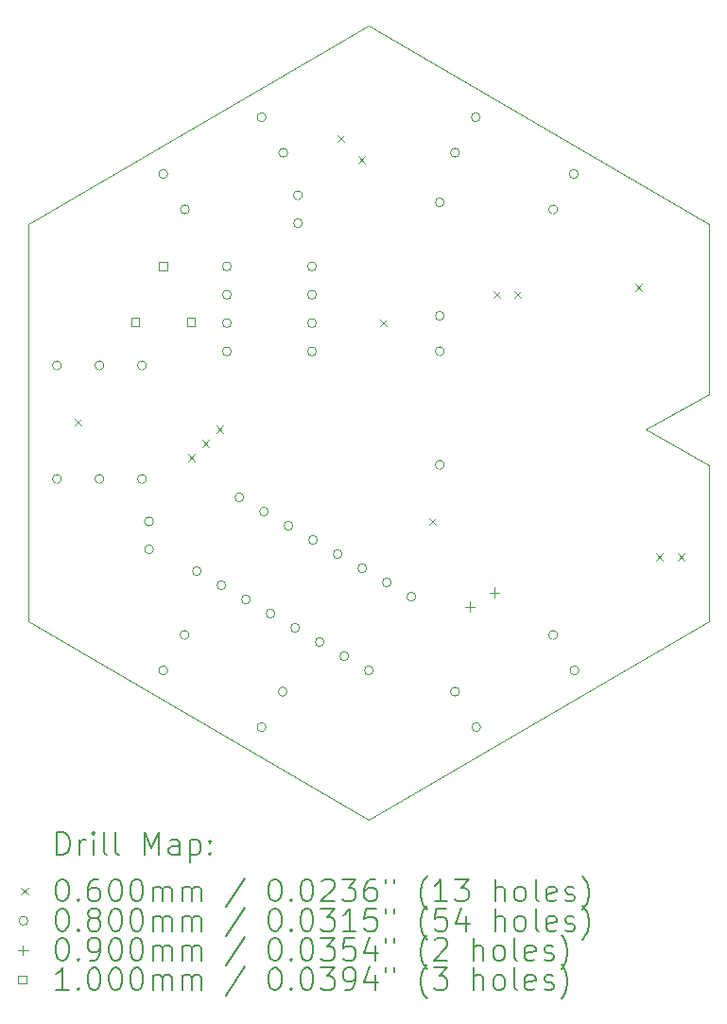
<source format=gbr>
%TF.GenerationSoftware,KiCad,Pcbnew,7.0.9*%
%TF.CreationDate,2024-02-04T19:54:16+01:00*%
%TF.ProjectId,Toolbox,546f6f6c-626f-4782-9e6b-696361645f70,rev?*%
%TF.SameCoordinates,Original*%
%TF.FileFunction,Drillmap*%
%TF.FilePolarity,Positive*%
%FSLAX45Y45*%
G04 Gerber Fmt 4.5, Leading zero omitted, Abs format (unit mm)*
G04 Created by KiCad (PCBNEW 7.0.9) date 2024-02-04 19:54:16*
%MOMM*%
%LPD*%
G01*
G04 APERTURE LIST*
%ADD10C,0.100000*%
%ADD11C,0.200000*%
G04 APERTURE END LIST*
D10*
X13048000Y-9746000D02*
X13048000Y-8222000D01*
X12476500Y-10063500D02*
X13048000Y-9746000D01*
X13048000Y-10381000D02*
X12476500Y-10063500D01*
X13048000Y-10381000D02*
X13048000Y-11778000D01*
X10000000Y-6444000D02*
X13048000Y-8222000D01*
X10000000Y-6444000D02*
X6952000Y-8222000D01*
X10000000Y-13556000D02*
X6952000Y-11778000D01*
X10000000Y-13556000D02*
X13048000Y-11778000D01*
X6952000Y-8222000D02*
X6952000Y-11778000D01*
D11*
D10*
X7366500Y-9970000D02*
X7426500Y-10030000D01*
X7426500Y-9970000D02*
X7366500Y-10030000D01*
X8382500Y-10287500D02*
X8442500Y-10347500D01*
X8442500Y-10287500D02*
X8382500Y-10347500D01*
X8509500Y-10160500D02*
X8569500Y-10220500D01*
X8569500Y-10160500D02*
X8509500Y-10220500D01*
X8636500Y-10033500D02*
X8696500Y-10093500D01*
X8696500Y-10033500D02*
X8636500Y-10093500D01*
X9716000Y-7430000D02*
X9776000Y-7490000D01*
X9776000Y-7430000D02*
X9716000Y-7490000D01*
X9906500Y-7620500D02*
X9966500Y-7680500D01*
X9966500Y-7620500D02*
X9906500Y-7680500D01*
X10097000Y-9081000D02*
X10157000Y-9141000D01*
X10157000Y-9081000D02*
X10097000Y-9141000D01*
X10541500Y-10859000D02*
X10601500Y-10919000D01*
X10601500Y-10859000D02*
X10541500Y-10919000D01*
X11113000Y-8827000D02*
X11173000Y-8887000D01*
X11173000Y-8827000D02*
X11113000Y-8887000D01*
X11303500Y-8827000D02*
X11363500Y-8887000D01*
X11363500Y-8827000D02*
X11303500Y-8887000D01*
X12383000Y-8763500D02*
X12443000Y-8823500D01*
X12443000Y-8763500D02*
X12383000Y-8823500D01*
X12573500Y-11176500D02*
X12633500Y-11236500D01*
X12633500Y-11176500D02*
X12573500Y-11236500D01*
X12764000Y-11176500D02*
X12824000Y-11236500D01*
X12824000Y-11176500D02*
X12764000Y-11236500D01*
X7246000Y-9492000D02*
G75*
G03*
X7246000Y-9492000I-40000J0D01*
G01*
X7246000Y-10508000D02*
G75*
G03*
X7246000Y-10508000I-40000J0D01*
G01*
X7627000Y-9492000D02*
G75*
G03*
X7627000Y-9492000I-40000J0D01*
G01*
X7627000Y-10508000D02*
G75*
G03*
X7627000Y-10508000I-40000J0D01*
G01*
X8008000Y-9492000D02*
G75*
G03*
X8008000Y-9492000I-40000J0D01*
G01*
X8008000Y-10508000D02*
G75*
G03*
X8008000Y-10508000I-40000J0D01*
G01*
X8071500Y-10889000D02*
G75*
G03*
X8071500Y-10889000I-40000J0D01*
G01*
X8071500Y-11139000D02*
G75*
G03*
X8071500Y-11139000I-40000J0D01*
G01*
X8198500Y-7777500D02*
G75*
G03*
X8198500Y-7777500I-40000J0D01*
G01*
X8198500Y-12222500D02*
G75*
G03*
X8198500Y-12222500I-40000J0D01*
G01*
X8389000Y-11905000D02*
G75*
G03*
X8389000Y-11905000I-40000J0D01*
G01*
X8393559Y-8095000D02*
G75*
G03*
X8393559Y-8095000I-40000J0D01*
G01*
X8500207Y-11333500D02*
G75*
G03*
X8500207Y-11333500I-40000J0D01*
G01*
X8720177Y-11460500D02*
G75*
G03*
X8720177Y-11460500I-40000J0D01*
G01*
X8769000Y-8604000D02*
G75*
G03*
X8769000Y-8604000I-40000J0D01*
G01*
X8769000Y-8858000D02*
G75*
G03*
X8769000Y-8858000I-40000J0D01*
G01*
X8769000Y-9112000D02*
G75*
G03*
X8769000Y-9112000I-40000J0D01*
G01*
X8769000Y-9366000D02*
G75*
G03*
X8769000Y-9366000I-40000J0D01*
G01*
X8881207Y-10673589D02*
G75*
G03*
X8881207Y-10673589I-40000J0D01*
G01*
X8940148Y-11587500D02*
G75*
G03*
X8940148Y-11587500I-40000J0D01*
G01*
X9078382Y-7269500D02*
G75*
G03*
X9078382Y-7269500I-40000J0D01*
G01*
X9078382Y-12730500D02*
G75*
G03*
X9078382Y-12730500I-40000J0D01*
G01*
X9101177Y-10800589D02*
G75*
G03*
X9101177Y-10800589I-40000J0D01*
G01*
X9160118Y-11714500D02*
G75*
G03*
X9160118Y-11714500I-40000J0D01*
G01*
X9268882Y-12413000D02*
G75*
G03*
X9268882Y-12413000I-40000J0D01*
G01*
X9273441Y-7587000D02*
G75*
G03*
X9273441Y-7587000I-40000J0D01*
G01*
X9321148Y-10927589D02*
G75*
G03*
X9321148Y-10927589I-40000J0D01*
G01*
X9380089Y-11841500D02*
G75*
G03*
X9380089Y-11841500I-40000J0D01*
G01*
X9405000Y-7968000D02*
G75*
G03*
X9405000Y-7968000I-40000J0D01*
G01*
X9405000Y-8218000D02*
G75*
G03*
X9405000Y-8218000I-40000J0D01*
G01*
X9531000Y-8604000D02*
G75*
G03*
X9531000Y-8604000I-40000J0D01*
G01*
X9531000Y-8858000D02*
G75*
G03*
X9531000Y-8858000I-40000J0D01*
G01*
X9531000Y-9112000D02*
G75*
G03*
X9531000Y-9112000I-40000J0D01*
G01*
X9531000Y-9366000D02*
G75*
G03*
X9531000Y-9366000I-40000J0D01*
G01*
X9541118Y-11054589D02*
G75*
G03*
X9541118Y-11054589I-40000J0D01*
G01*
X9600059Y-11968500D02*
G75*
G03*
X9600059Y-11968500I-40000J0D01*
G01*
X9761089Y-11181589D02*
G75*
G03*
X9761089Y-11181589I-40000J0D01*
G01*
X9820030Y-12095500D02*
G75*
G03*
X9820030Y-12095500I-40000J0D01*
G01*
X9981059Y-11308589D02*
G75*
G03*
X9981059Y-11308589I-40000J0D01*
G01*
X10040000Y-12222500D02*
G75*
G03*
X10040000Y-12222500I-40000J0D01*
G01*
X10201030Y-11435589D02*
G75*
G03*
X10201030Y-11435589I-40000J0D01*
G01*
X10421000Y-11562589D02*
G75*
G03*
X10421000Y-11562589I-40000J0D01*
G01*
X10675000Y-8031500D02*
G75*
G03*
X10675000Y-8031500I-40000J0D01*
G01*
X10675000Y-9047500D02*
G75*
G03*
X10675000Y-9047500I-40000J0D01*
G01*
X10675000Y-9365000D02*
G75*
G03*
X10675000Y-9365000I-40000J0D01*
G01*
X10675000Y-10381000D02*
G75*
G03*
X10675000Y-10381000I-40000J0D01*
G01*
X10811118Y-7587000D02*
G75*
G03*
X10811118Y-7587000I-40000J0D01*
G01*
X10811118Y-12413000D02*
G75*
G03*
X10811118Y-12413000I-40000J0D01*
G01*
X10997059Y-7269500D02*
G75*
G03*
X10997059Y-7269500I-40000J0D01*
G01*
X11001618Y-12730500D02*
G75*
G03*
X11001618Y-12730500I-40000J0D01*
G01*
X11691000Y-8095000D02*
G75*
G03*
X11691000Y-8095000I-40000J0D01*
G01*
X11691000Y-11905000D02*
G75*
G03*
X11691000Y-11905000I-40000J0D01*
G01*
X11876941Y-7777500D02*
G75*
G03*
X11876941Y-7777500I-40000J0D01*
G01*
X11881500Y-12222500D02*
G75*
G03*
X11881500Y-12222500I-40000J0D01*
G01*
X10905582Y-11606250D02*
X10905582Y-11696250D01*
X10860582Y-11651250D02*
X10950582Y-11651250D01*
X11125552Y-11479250D02*
X11125552Y-11569250D01*
X11080552Y-11524250D02*
X11170552Y-11524250D01*
X7943856Y-9138356D02*
X7943856Y-9067644D01*
X7873144Y-9067644D01*
X7873144Y-9138356D01*
X7943856Y-9138356D01*
X8193856Y-8638356D02*
X8193856Y-8567644D01*
X8123144Y-8567644D01*
X8123144Y-8638356D01*
X8193856Y-8638356D01*
X8443856Y-9138356D02*
X8443856Y-9067644D01*
X8373144Y-9067644D01*
X8373144Y-9138356D01*
X8443856Y-9138356D01*
D11*
X7207777Y-13872484D02*
X7207777Y-13672484D01*
X7207777Y-13672484D02*
X7255396Y-13672484D01*
X7255396Y-13672484D02*
X7283967Y-13682008D01*
X7283967Y-13682008D02*
X7303015Y-13701055D01*
X7303015Y-13701055D02*
X7312539Y-13720103D01*
X7312539Y-13720103D02*
X7322062Y-13758198D01*
X7322062Y-13758198D02*
X7322062Y-13786769D01*
X7322062Y-13786769D02*
X7312539Y-13824865D01*
X7312539Y-13824865D02*
X7303015Y-13843912D01*
X7303015Y-13843912D02*
X7283967Y-13862960D01*
X7283967Y-13862960D02*
X7255396Y-13872484D01*
X7255396Y-13872484D02*
X7207777Y-13872484D01*
X7407777Y-13872484D02*
X7407777Y-13739150D01*
X7407777Y-13777246D02*
X7417301Y-13758198D01*
X7417301Y-13758198D02*
X7426824Y-13748674D01*
X7426824Y-13748674D02*
X7445872Y-13739150D01*
X7445872Y-13739150D02*
X7464920Y-13739150D01*
X7531586Y-13872484D02*
X7531586Y-13739150D01*
X7531586Y-13672484D02*
X7522062Y-13682008D01*
X7522062Y-13682008D02*
X7531586Y-13691531D01*
X7531586Y-13691531D02*
X7541110Y-13682008D01*
X7541110Y-13682008D02*
X7531586Y-13672484D01*
X7531586Y-13672484D02*
X7531586Y-13691531D01*
X7655396Y-13872484D02*
X7636348Y-13862960D01*
X7636348Y-13862960D02*
X7626824Y-13843912D01*
X7626824Y-13843912D02*
X7626824Y-13672484D01*
X7760158Y-13872484D02*
X7741110Y-13862960D01*
X7741110Y-13862960D02*
X7731586Y-13843912D01*
X7731586Y-13843912D02*
X7731586Y-13672484D01*
X7988729Y-13872484D02*
X7988729Y-13672484D01*
X7988729Y-13672484D02*
X8055396Y-13815341D01*
X8055396Y-13815341D02*
X8122062Y-13672484D01*
X8122062Y-13672484D02*
X8122062Y-13872484D01*
X8303015Y-13872484D02*
X8303015Y-13767722D01*
X8303015Y-13767722D02*
X8293491Y-13748674D01*
X8293491Y-13748674D02*
X8274443Y-13739150D01*
X8274443Y-13739150D02*
X8236348Y-13739150D01*
X8236348Y-13739150D02*
X8217301Y-13748674D01*
X8303015Y-13862960D02*
X8283967Y-13872484D01*
X8283967Y-13872484D02*
X8236348Y-13872484D01*
X8236348Y-13872484D02*
X8217301Y-13862960D01*
X8217301Y-13862960D02*
X8207777Y-13843912D01*
X8207777Y-13843912D02*
X8207777Y-13824865D01*
X8207777Y-13824865D02*
X8217301Y-13805817D01*
X8217301Y-13805817D02*
X8236348Y-13796293D01*
X8236348Y-13796293D02*
X8283967Y-13796293D01*
X8283967Y-13796293D02*
X8303015Y-13786769D01*
X8398253Y-13739150D02*
X8398253Y-13939150D01*
X8398253Y-13748674D02*
X8417301Y-13739150D01*
X8417301Y-13739150D02*
X8455396Y-13739150D01*
X8455396Y-13739150D02*
X8474444Y-13748674D01*
X8474444Y-13748674D02*
X8483967Y-13758198D01*
X8483967Y-13758198D02*
X8493491Y-13777246D01*
X8493491Y-13777246D02*
X8493491Y-13834388D01*
X8493491Y-13834388D02*
X8483967Y-13853436D01*
X8483967Y-13853436D02*
X8474444Y-13862960D01*
X8474444Y-13862960D02*
X8455396Y-13872484D01*
X8455396Y-13872484D02*
X8417301Y-13872484D01*
X8417301Y-13872484D02*
X8398253Y-13862960D01*
X8579205Y-13853436D02*
X8588729Y-13862960D01*
X8588729Y-13862960D02*
X8579205Y-13872484D01*
X8579205Y-13872484D02*
X8569682Y-13862960D01*
X8569682Y-13862960D02*
X8579205Y-13853436D01*
X8579205Y-13853436D02*
X8579205Y-13872484D01*
X8579205Y-13748674D02*
X8588729Y-13758198D01*
X8588729Y-13758198D02*
X8579205Y-13767722D01*
X8579205Y-13767722D02*
X8569682Y-13758198D01*
X8569682Y-13758198D02*
X8579205Y-13748674D01*
X8579205Y-13748674D02*
X8579205Y-13767722D01*
D10*
X6887000Y-14171000D02*
X6947000Y-14231000D01*
X6947000Y-14171000D02*
X6887000Y-14231000D01*
D11*
X7245872Y-14092484D02*
X7264920Y-14092484D01*
X7264920Y-14092484D02*
X7283967Y-14102008D01*
X7283967Y-14102008D02*
X7293491Y-14111531D01*
X7293491Y-14111531D02*
X7303015Y-14130579D01*
X7303015Y-14130579D02*
X7312539Y-14168674D01*
X7312539Y-14168674D02*
X7312539Y-14216293D01*
X7312539Y-14216293D02*
X7303015Y-14254388D01*
X7303015Y-14254388D02*
X7293491Y-14273436D01*
X7293491Y-14273436D02*
X7283967Y-14282960D01*
X7283967Y-14282960D02*
X7264920Y-14292484D01*
X7264920Y-14292484D02*
X7245872Y-14292484D01*
X7245872Y-14292484D02*
X7226824Y-14282960D01*
X7226824Y-14282960D02*
X7217301Y-14273436D01*
X7217301Y-14273436D02*
X7207777Y-14254388D01*
X7207777Y-14254388D02*
X7198253Y-14216293D01*
X7198253Y-14216293D02*
X7198253Y-14168674D01*
X7198253Y-14168674D02*
X7207777Y-14130579D01*
X7207777Y-14130579D02*
X7217301Y-14111531D01*
X7217301Y-14111531D02*
X7226824Y-14102008D01*
X7226824Y-14102008D02*
X7245872Y-14092484D01*
X7398253Y-14273436D02*
X7407777Y-14282960D01*
X7407777Y-14282960D02*
X7398253Y-14292484D01*
X7398253Y-14292484D02*
X7388729Y-14282960D01*
X7388729Y-14282960D02*
X7398253Y-14273436D01*
X7398253Y-14273436D02*
X7398253Y-14292484D01*
X7579205Y-14092484D02*
X7541110Y-14092484D01*
X7541110Y-14092484D02*
X7522062Y-14102008D01*
X7522062Y-14102008D02*
X7512539Y-14111531D01*
X7512539Y-14111531D02*
X7493491Y-14140103D01*
X7493491Y-14140103D02*
X7483967Y-14178198D01*
X7483967Y-14178198D02*
X7483967Y-14254388D01*
X7483967Y-14254388D02*
X7493491Y-14273436D01*
X7493491Y-14273436D02*
X7503015Y-14282960D01*
X7503015Y-14282960D02*
X7522062Y-14292484D01*
X7522062Y-14292484D02*
X7560158Y-14292484D01*
X7560158Y-14292484D02*
X7579205Y-14282960D01*
X7579205Y-14282960D02*
X7588729Y-14273436D01*
X7588729Y-14273436D02*
X7598253Y-14254388D01*
X7598253Y-14254388D02*
X7598253Y-14206769D01*
X7598253Y-14206769D02*
X7588729Y-14187722D01*
X7588729Y-14187722D02*
X7579205Y-14178198D01*
X7579205Y-14178198D02*
X7560158Y-14168674D01*
X7560158Y-14168674D02*
X7522062Y-14168674D01*
X7522062Y-14168674D02*
X7503015Y-14178198D01*
X7503015Y-14178198D02*
X7493491Y-14187722D01*
X7493491Y-14187722D02*
X7483967Y-14206769D01*
X7722062Y-14092484D02*
X7741110Y-14092484D01*
X7741110Y-14092484D02*
X7760158Y-14102008D01*
X7760158Y-14102008D02*
X7769682Y-14111531D01*
X7769682Y-14111531D02*
X7779205Y-14130579D01*
X7779205Y-14130579D02*
X7788729Y-14168674D01*
X7788729Y-14168674D02*
X7788729Y-14216293D01*
X7788729Y-14216293D02*
X7779205Y-14254388D01*
X7779205Y-14254388D02*
X7769682Y-14273436D01*
X7769682Y-14273436D02*
X7760158Y-14282960D01*
X7760158Y-14282960D02*
X7741110Y-14292484D01*
X7741110Y-14292484D02*
X7722062Y-14292484D01*
X7722062Y-14292484D02*
X7703015Y-14282960D01*
X7703015Y-14282960D02*
X7693491Y-14273436D01*
X7693491Y-14273436D02*
X7683967Y-14254388D01*
X7683967Y-14254388D02*
X7674443Y-14216293D01*
X7674443Y-14216293D02*
X7674443Y-14168674D01*
X7674443Y-14168674D02*
X7683967Y-14130579D01*
X7683967Y-14130579D02*
X7693491Y-14111531D01*
X7693491Y-14111531D02*
X7703015Y-14102008D01*
X7703015Y-14102008D02*
X7722062Y-14092484D01*
X7912539Y-14092484D02*
X7931586Y-14092484D01*
X7931586Y-14092484D02*
X7950634Y-14102008D01*
X7950634Y-14102008D02*
X7960158Y-14111531D01*
X7960158Y-14111531D02*
X7969682Y-14130579D01*
X7969682Y-14130579D02*
X7979205Y-14168674D01*
X7979205Y-14168674D02*
X7979205Y-14216293D01*
X7979205Y-14216293D02*
X7969682Y-14254388D01*
X7969682Y-14254388D02*
X7960158Y-14273436D01*
X7960158Y-14273436D02*
X7950634Y-14282960D01*
X7950634Y-14282960D02*
X7931586Y-14292484D01*
X7931586Y-14292484D02*
X7912539Y-14292484D01*
X7912539Y-14292484D02*
X7893491Y-14282960D01*
X7893491Y-14282960D02*
X7883967Y-14273436D01*
X7883967Y-14273436D02*
X7874443Y-14254388D01*
X7874443Y-14254388D02*
X7864920Y-14216293D01*
X7864920Y-14216293D02*
X7864920Y-14168674D01*
X7864920Y-14168674D02*
X7874443Y-14130579D01*
X7874443Y-14130579D02*
X7883967Y-14111531D01*
X7883967Y-14111531D02*
X7893491Y-14102008D01*
X7893491Y-14102008D02*
X7912539Y-14092484D01*
X8064920Y-14292484D02*
X8064920Y-14159150D01*
X8064920Y-14178198D02*
X8074443Y-14168674D01*
X8074443Y-14168674D02*
X8093491Y-14159150D01*
X8093491Y-14159150D02*
X8122063Y-14159150D01*
X8122063Y-14159150D02*
X8141110Y-14168674D01*
X8141110Y-14168674D02*
X8150634Y-14187722D01*
X8150634Y-14187722D02*
X8150634Y-14292484D01*
X8150634Y-14187722D02*
X8160158Y-14168674D01*
X8160158Y-14168674D02*
X8179205Y-14159150D01*
X8179205Y-14159150D02*
X8207777Y-14159150D01*
X8207777Y-14159150D02*
X8226824Y-14168674D01*
X8226824Y-14168674D02*
X8236348Y-14187722D01*
X8236348Y-14187722D02*
X8236348Y-14292484D01*
X8331586Y-14292484D02*
X8331586Y-14159150D01*
X8331586Y-14178198D02*
X8341110Y-14168674D01*
X8341110Y-14168674D02*
X8360158Y-14159150D01*
X8360158Y-14159150D02*
X8388729Y-14159150D01*
X8388729Y-14159150D02*
X8407777Y-14168674D01*
X8407777Y-14168674D02*
X8417301Y-14187722D01*
X8417301Y-14187722D02*
X8417301Y-14292484D01*
X8417301Y-14187722D02*
X8426825Y-14168674D01*
X8426825Y-14168674D02*
X8445872Y-14159150D01*
X8445872Y-14159150D02*
X8474444Y-14159150D01*
X8474444Y-14159150D02*
X8493491Y-14168674D01*
X8493491Y-14168674D02*
X8503015Y-14187722D01*
X8503015Y-14187722D02*
X8503015Y-14292484D01*
X8893491Y-14082960D02*
X8722063Y-14340103D01*
X9150634Y-14092484D02*
X9169682Y-14092484D01*
X9169682Y-14092484D02*
X9188729Y-14102008D01*
X9188729Y-14102008D02*
X9198253Y-14111531D01*
X9198253Y-14111531D02*
X9207777Y-14130579D01*
X9207777Y-14130579D02*
X9217301Y-14168674D01*
X9217301Y-14168674D02*
X9217301Y-14216293D01*
X9217301Y-14216293D02*
X9207777Y-14254388D01*
X9207777Y-14254388D02*
X9198253Y-14273436D01*
X9198253Y-14273436D02*
X9188729Y-14282960D01*
X9188729Y-14282960D02*
X9169682Y-14292484D01*
X9169682Y-14292484D02*
X9150634Y-14292484D01*
X9150634Y-14292484D02*
X9131587Y-14282960D01*
X9131587Y-14282960D02*
X9122063Y-14273436D01*
X9122063Y-14273436D02*
X9112539Y-14254388D01*
X9112539Y-14254388D02*
X9103015Y-14216293D01*
X9103015Y-14216293D02*
X9103015Y-14168674D01*
X9103015Y-14168674D02*
X9112539Y-14130579D01*
X9112539Y-14130579D02*
X9122063Y-14111531D01*
X9122063Y-14111531D02*
X9131587Y-14102008D01*
X9131587Y-14102008D02*
X9150634Y-14092484D01*
X9303015Y-14273436D02*
X9312539Y-14282960D01*
X9312539Y-14282960D02*
X9303015Y-14292484D01*
X9303015Y-14292484D02*
X9293491Y-14282960D01*
X9293491Y-14282960D02*
X9303015Y-14273436D01*
X9303015Y-14273436D02*
X9303015Y-14292484D01*
X9436348Y-14092484D02*
X9455396Y-14092484D01*
X9455396Y-14092484D02*
X9474444Y-14102008D01*
X9474444Y-14102008D02*
X9483968Y-14111531D01*
X9483968Y-14111531D02*
X9493491Y-14130579D01*
X9493491Y-14130579D02*
X9503015Y-14168674D01*
X9503015Y-14168674D02*
X9503015Y-14216293D01*
X9503015Y-14216293D02*
X9493491Y-14254388D01*
X9493491Y-14254388D02*
X9483968Y-14273436D01*
X9483968Y-14273436D02*
X9474444Y-14282960D01*
X9474444Y-14282960D02*
X9455396Y-14292484D01*
X9455396Y-14292484D02*
X9436348Y-14292484D01*
X9436348Y-14292484D02*
X9417301Y-14282960D01*
X9417301Y-14282960D02*
X9407777Y-14273436D01*
X9407777Y-14273436D02*
X9398253Y-14254388D01*
X9398253Y-14254388D02*
X9388729Y-14216293D01*
X9388729Y-14216293D02*
X9388729Y-14168674D01*
X9388729Y-14168674D02*
X9398253Y-14130579D01*
X9398253Y-14130579D02*
X9407777Y-14111531D01*
X9407777Y-14111531D02*
X9417301Y-14102008D01*
X9417301Y-14102008D02*
X9436348Y-14092484D01*
X9579206Y-14111531D02*
X9588729Y-14102008D01*
X9588729Y-14102008D02*
X9607777Y-14092484D01*
X9607777Y-14092484D02*
X9655396Y-14092484D01*
X9655396Y-14092484D02*
X9674444Y-14102008D01*
X9674444Y-14102008D02*
X9683968Y-14111531D01*
X9683968Y-14111531D02*
X9693491Y-14130579D01*
X9693491Y-14130579D02*
X9693491Y-14149627D01*
X9693491Y-14149627D02*
X9683968Y-14178198D01*
X9683968Y-14178198D02*
X9569682Y-14292484D01*
X9569682Y-14292484D02*
X9693491Y-14292484D01*
X9760158Y-14092484D02*
X9883968Y-14092484D01*
X9883968Y-14092484D02*
X9817301Y-14168674D01*
X9817301Y-14168674D02*
X9845872Y-14168674D01*
X9845872Y-14168674D02*
X9864920Y-14178198D01*
X9864920Y-14178198D02*
X9874444Y-14187722D01*
X9874444Y-14187722D02*
X9883968Y-14206769D01*
X9883968Y-14206769D02*
X9883968Y-14254388D01*
X9883968Y-14254388D02*
X9874444Y-14273436D01*
X9874444Y-14273436D02*
X9864920Y-14282960D01*
X9864920Y-14282960D02*
X9845872Y-14292484D01*
X9845872Y-14292484D02*
X9788729Y-14292484D01*
X9788729Y-14292484D02*
X9769682Y-14282960D01*
X9769682Y-14282960D02*
X9760158Y-14273436D01*
X10055396Y-14092484D02*
X10017301Y-14092484D01*
X10017301Y-14092484D02*
X9998253Y-14102008D01*
X9998253Y-14102008D02*
X9988729Y-14111531D01*
X9988729Y-14111531D02*
X9969682Y-14140103D01*
X9969682Y-14140103D02*
X9960158Y-14178198D01*
X9960158Y-14178198D02*
X9960158Y-14254388D01*
X9960158Y-14254388D02*
X9969682Y-14273436D01*
X9969682Y-14273436D02*
X9979206Y-14282960D01*
X9979206Y-14282960D02*
X9998253Y-14292484D01*
X9998253Y-14292484D02*
X10036349Y-14292484D01*
X10036349Y-14292484D02*
X10055396Y-14282960D01*
X10055396Y-14282960D02*
X10064920Y-14273436D01*
X10064920Y-14273436D02*
X10074444Y-14254388D01*
X10074444Y-14254388D02*
X10074444Y-14206769D01*
X10074444Y-14206769D02*
X10064920Y-14187722D01*
X10064920Y-14187722D02*
X10055396Y-14178198D01*
X10055396Y-14178198D02*
X10036349Y-14168674D01*
X10036349Y-14168674D02*
X9998253Y-14168674D01*
X9998253Y-14168674D02*
X9979206Y-14178198D01*
X9979206Y-14178198D02*
X9969682Y-14187722D01*
X9969682Y-14187722D02*
X9960158Y-14206769D01*
X10150634Y-14092484D02*
X10150634Y-14130579D01*
X10226825Y-14092484D02*
X10226825Y-14130579D01*
X10522063Y-14368674D02*
X10512539Y-14359150D01*
X10512539Y-14359150D02*
X10493491Y-14330579D01*
X10493491Y-14330579D02*
X10483968Y-14311531D01*
X10483968Y-14311531D02*
X10474444Y-14282960D01*
X10474444Y-14282960D02*
X10464920Y-14235341D01*
X10464920Y-14235341D02*
X10464920Y-14197246D01*
X10464920Y-14197246D02*
X10474444Y-14149627D01*
X10474444Y-14149627D02*
X10483968Y-14121055D01*
X10483968Y-14121055D02*
X10493491Y-14102008D01*
X10493491Y-14102008D02*
X10512539Y-14073436D01*
X10512539Y-14073436D02*
X10522063Y-14063912D01*
X10703015Y-14292484D02*
X10588730Y-14292484D01*
X10645872Y-14292484D02*
X10645872Y-14092484D01*
X10645872Y-14092484D02*
X10626825Y-14121055D01*
X10626825Y-14121055D02*
X10607777Y-14140103D01*
X10607777Y-14140103D02*
X10588730Y-14149627D01*
X10769682Y-14092484D02*
X10893491Y-14092484D01*
X10893491Y-14092484D02*
X10826825Y-14168674D01*
X10826825Y-14168674D02*
X10855396Y-14168674D01*
X10855396Y-14168674D02*
X10874444Y-14178198D01*
X10874444Y-14178198D02*
X10883968Y-14187722D01*
X10883968Y-14187722D02*
X10893491Y-14206769D01*
X10893491Y-14206769D02*
X10893491Y-14254388D01*
X10893491Y-14254388D02*
X10883968Y-14273436D01*
X10883968Y-14273436D02*
X10874444Y-14282960D01*
X10874444Y-14282960D02*
X10855396Y-14292484D01*
X10855396Y-14292484D02*
X10798253Y-14292484D01*
X10798253Y-14292484D02*
X10779206Y-14282960D01*
X10779206Y-14282960D02*
X10769682Y-14273436D01*
X11131587Y-14292484D02*
X11131587Y-14092484D01*
X11217301Y-14292484D02*
X11217301Y-14187722D01*
X11217301Y-14187722D02*
X11207777Y-14168674D01*
X11207777Y-14168674D02*
X11188730Y-14159150D01*
X11188730Y-14159150D02*
X11160158Y-14159150D01*
X11160158Y-14159150D02*
X11141111Y-14168674D01*
X11141111Y-14168674D02*
X11131587Y-14178198D01*
X11341110Y-14292484D02*
X11322063Y-14282960D01*
X11322063Y-14282960D02*
X11312539Y-14273436D01*
X11312539Y-14273436D02*
X11303015Y-14254388D01*
X11303015Y-14254388D02*
X11303015Y-14197246D01*
X11303015Y-14197246D02*
X11312539Y-14178198D01*
X11312539Y-14178198D02*
X11322063Y-14168674D01*
X11322063Y-14168674D02*
X11341110Y-14159150D01*
X11341110Y-14159150D02*
X11369682Y-14159150D01*
X11369682Y-14159150D02*
X11388730Y-14168674D01*
X11388730Y-14168674D02*
X11398253Y-14178198D01*
X11398253Y-14178198D02*
X11407777Y-14197246D01*
X11407777Y-14197246D02*
X11407777Y-14254388D01*
X11407777Y-14254388D02*
X11398253Y-14273436D01*
X11398253Y-14273436D02*
X11388730Y-14282960D01*
X11388730Y-14282960D02*
X11369682Y-14292484D01*
X11369682Y-14292484D02*
X11341110Y-14292484D01*
X11522063Y-14292484D02*
X11503015Y-14282960D01*
X11503015Y-14282960D02*
X11493491Y-14263912D01*
X11493491Y-14263912D02*
X11493491Y-14092484D01*
X11674444Y-14282960D02*
X11655396Y-14292484D01*
X11655396Y-14292484D02*
X11617301Y-14292484D01*
X11617301Y-14292484D02*
X11598253Y-14282960D01*
X11598253Y-14282960D02*
X11588730Y-14263912D01*
X11588730Y-14263912D02*
X11588730Y-14187722D01*
X11588730Y-14187722D02*
X11598253Y-14168674D01*
X11598253Y-14168674D02*
X11617301Y-14159150D01*
X11617301Y-14159150D02*
X11655396Y-14159150D01*
X11655396Y-14159150D02*
X11674444Y-14168674D01*
X11674444Y-14168674D02*
X11683968Y-14187722D01*
X11683968Y-14187722D02*
X11683968Y-14206769D01*
X11683968Y-14206769D02*
X11588730Y-14225817D01*
X11760158Y-14282960D02*
X11779206Y-14292484D01*
X11779206Y-14292484D02*
X11817301Y-14292484D01*
X11817301Y-14292484D02*
X11836349Y-14282960D01*
X11836349Y-14282960D02*
X11845872Y-14263912D01*
X11845872Y-14263912D02*
X11845872Y-14254388D01*
X11845872Y-14254388D02*
X11836349Y-14235341D01*
X11836349Y-14235341D02*
X11817301Y-14225817D01*
X11817301Y-14225817D02*
X11788730Y-14225817D01*
X11788730Y-14225817D02*
X11769682Y-14216293D01*
X11769682Y-14216293D02*
X11760158Y-14197246D01*
X11760158Y-14197246D02*
X11760158Y-14187722D01*
X11760158Y-14187722D02*
X11769682Y-14168674D01*
X11769682Y-14168674D02*
X11788730Y-14159150D01*
X11788730Y-14159150D02*
X11817301Y-14159150D01*
X11817301Y-14159150D02*
X11836349Y-14168674D01*
X11912539Y-14368674D02*
X11922063Y-14359150D01*
X11922063Y-14359150D02*
X11941111Y-14330579D01*
X11941111Y-14330579D02*
X11950634Y-14311531D01*
X11950634Y-14311531D02*
X11960158Y-14282960D01*
X11960158Y-14282960D02*
X11969682Y-14235341D01*
X11969682Y-14235341D02*
X11969682Y-14197246D01*
X11969682Y-14197246D02*
X11960158Y-14149627D01*
X11960158Y-14149627D02*
X11950634Y-14121055D01*
X11950634Y-14121055D02*
X11941111Y-14102008D01*
X11941111Y-14102008D02*
X11922063Y-14073436D01*
X11922063Y-14073436D02*
X11912539Y-14063912D01*
D10*
X6947000Y-14465000D02*
G75*
G03*
X6947000Y-14465000I-40000J0D01*
G01*
D11*
X7245872Y-14356484D02*
X7264920Y-14356484D01*
X7264920Y-14356484D02*
X7283967Y-14366008D01*
X7283967Y-14366008D02*
X7293491Y-14375531D01*
X7293491Y-14375531D02*
X7303015Y-14394579D01*
X7303015Y-14394579D02*
X7312539Y-14432674D01*
X7312539Y-14432674D02*
X7312539Y-14480293D01*
X7312539Y-14480293D02*
X7303015Y-14518388D01*
X7303015Y-14518388D02*
X7293491Y-14537436D01*
X7293491Y-14537436D02*
X7283967Y-14546960D01*
X7283967Y-14546960D02*
X7264920Y-14556484D01*
X7264920Y-14556484D02*
X7245872Y-14556484D01*
X7245872Y-14556484D02*
X7226824Y-14546960D01*
X7226824Y-14546960D02*
X7217301Y-14537436D01*
X7217301Y-14537436D02*
X7207777Y-14518388D01*
X7207777Y-14518388D02*
X7198253Y-14480293D01*
X7198253Y-14480293D02*
X7198253Y-14432674D01*
X7198253Y-14432674D02*
X7207777Y-14394579D01*
X7207777Y-14394579D02*
X7217301Y-14375531D01*
X7217301Y-14375531D02*
X7226824Y-14366008D01*
X7226824Y-14366008D02*
X7245872Y-14356484D01*
X7398253Y-14537436D02*
X7407777Y-14546960D01*
X7407777Y-14546960D02*
X7398253Y-14556484D01*
X7398253Y-14556484D02*
X7388729Y-14546960D01*
X7388729Y-14546960D02*
X7398253Y-14537436D01*
X7398253Y-14537436D02*
X7398253Y-14556484D01*
X7522062Y-14442198D02*
X7503015Y-14432674D01*
X7503015Y-14432674D02*
X7493491Y-14423150D01*
X7493491Y-14423150D02*
X7483967Y-14404103D01*
X7483967Y-14404103D02*
X7483967Y-14394579D01*
X7483967Y-14394579D02*
X7493491Y-14375531D01*
X7493491Y-14375531D02*
X7503015Y-14366008D01*
X7503015Y-14366008D02*
X7522062Y-14356484D01*
X7522062Y-14356484D02*
X7560158Y-14356484D01*
X7560158Y-14356484D02*
X7579205Y-14366008D01*
X7579205Y-14366008D02*
X7588729Y-14375531D01*
X7588729Y-14375531D02*
X7598253Y-14394579D01*
X7598253Y-14394579D02*
X7598253Y-14404103D01*
X7598253Y-14404103D02*
X7588729Y-14423150D01*
X7588729Y-14423150D02*
X7579205Y-14432674D01*
X7579205Y-14432674D02*
X7560158Y-14442198D01*
X7560158Y-14442198D02*
X7522062Y-14442198D01*
X7522062Y-14442198D02*
X7503015Y-14451722D01*
X7503015Y-14451722D02*
X7493491Y-14461246D01*
X7493491Y-14461246D02*
X7483967Y-14480293D01*
X7483967Y-14480293D02*
X7483967Y-14518388D01*
X7483967Y-14518388D02*
X7493491Y-14537436D01*
X7493491Y-14537436D02*
X7503015Y-14546960D01*
X7503015Y-14546960D02*
X7522062Y-14556484D01*
X7522062Y-14556484D02*
X7560158Y-14556484D01*
X7560158Y-14556484D02*
X7579205Y-14546960D01*
X7579205Y-14546960D02*
X7588729Y-14537436D01*
X7588729Y-14537436D02*
X7598253Y-14518388D01*
X7598253Y-14518388D02*
X7598253Y-14480293D01*
X7598253Y-14480293D02*
X7588729Y-14461246D01*
X7588729Y-14461246D02*
X7579205Y-14451722D01*
X7579205Y-14451722D02*
X7560158Y-14442198D01*
X7722062Y-14356484D02*
X7741110Y-14356484D01*
X7741110Y-14356484D02*
X7760158Y-14366008D01*
X7760158Y-14366008D02*
X7769682Y-14375531D01*
X7769682Y-14375531D02*
X7779205Y-14394579D01*
X7779205Y-14394579D02*
X7788729Y-14432674D01*
X7788729Y-14432674D02*
X7788729Y-14480293D01*
X7788729Y-14480293D02*
X7779205Y-14518388D01*
X7779205Y-14518388D02*
X7769682Y-14537436D01*
X7769682Y-14537436D02*
X7760158Y-14546960D01*
X7760158Y-14546960D02*
X7741110Y-14556484D01*
X7741110Y-14556484D02*
X7722062Y-14556484D01*
X7722062Y-14556484D02*
X7703015Y-14546960D01*
X7703015Y-14546960D02*
X7693491Y-14537436D01*
X7693491Y-14537436D02*
X7683967Y-14518388D01*
X7683967Y-14518388D02*
X7674443Y-14480293D01*
X7674443Y-14480293D02*
X7674443Y-14432674D01*
X7674443Y-14432674D02*
X7683967Y-14394579D01*
X7683967Y-14394579D02*
X7693491Y-14375531D01*
X7693491Y-14375531D02*
X7703015Y-14366008D01*
X7703015Y-14366008D02*
X7722062Y-14356484D01*
X7912539Y-14356484D02*
X7931586Y-14356484D01*
X7931586Y-14356484D02*
X7950634Y-14366008D01*
X7950634Y-14366008D02*
X7960158Y-14375531D01*
X7960158Y-14375531D02*
X7969682Y-14394579D01*
X7969682Y-14394579D02*
X7979205Y-14432674D01*
X7979205Y-14432674D02*
X7979205Y-14480293D01*
X7979205Y-14480293D02*
X7969682Y-14518388D01*
X7969682Y-14518388D02*
X7960158Y-14537436D01*
X7960158Y-14537436D02*
X7950634Y-14546960D01*
X7950634Y-14546960D02*
X7931586Y-14556484D01*
X7931586Y-14556484D02*
X7912539Y-14556484D01*
X7912539Y-14556484D02*
X7893491Y-14546960D01*
X7893491Y-14546960D02*
X7883967Y-14537436D01*
X7883967Y-14537436D02*
X7874443Y-14518388D01*
X7874443Y-14518388D02*
X7864920Y-14480293D01*
X7864920Y-14480293D02*
X7864920Y-14432674D01*
X7864920Y-14432674D02*
X7874443Y-14394579D01*
X7874443Y-14394579D02*
X7883967Y-14375531D01*
X7883967Y-14375531D02*
X7893491Y-14366008D01*
X7893491Y-14366008D02*
X7912539Y-14356484D01*
X8064920Y-14556484D02*
X8064920Y-14423150D01*
X8064920Y-14442198D02*
X8074443Y-14432674D01*
X8074443Y-14432674D02*
X8093491Y-14423150D01*
X8093491Y-14423150D02*
X8122063Y-14423150D01*
X8122063Y-14423150D02*
X8141110Y-14432674D01*
X8141110Y-14432674D02*
X8150634Y-14451722D01*
X8150634Y-14451722D02*
X8150634Y-14556484D01*
X8150634Y-14451722D02*
X8160158Y-14432674D01*
X8160158Y-14432674D02*
X8179205Y-14423150D01*
X8179205Y-14423150D02*
X8207777Y-14423150D01*
X8207777Y-14423150D02*
X8226824Y-14432674D01*
X8226824Y-14432674D02*
X8236348Y-14451722D01*
X8236348Y-14451722D02*
X8236348Y-14556484D01*
X8331586Y-14556484D02*
X8331586Y-14423150D01*
X8331586Y-14442198D02*
X8341110Y-14432674D01*
X8341110Y-14432674D02*
X8360158Y-14423150D01*
X8360158Y-14423150D02*
X8388729Y-14423150D01*
X8388729Y-14423150D02*
X8407777Y-14432674D01*
X8407777Y-14432674D02*
X8417301Y-14451722D01*
X8417301Y-14451722D02*
X8417301Y-14556484D01*
X8417301Y-14451722D02*
X8426825Y-14432674D01*
X8426825Y-14432674D02*
X8445872Y-14423150D01*
X8445872Y-14423150D02*
X8474444Y-14423150D01*
X8474444Y-14423150D02*
X8493491Y-14432674D01*
X8493491Y-14432674D02*
X8503015Y-14451722D01*
X8503015Y-14451722D02*
X8503015Y-14556484D01*
X8893491Y-14346960D02*
X8722063Y-14604103D01*
X9150634Y-14356484D02*
X9169682Y-14356484D01*
X9169682Y-14356484D02*
X9188729Y-14366008D01*
X9188729Y-14366008D02*
X9198253Y-14375531D01*
X9198253Y-14375531D02*
X9207777Y-14394579D01*
X9207777Y-14394579D02*
X9217301Y-14432674D01*
X9217301Y-14432674D02*
X9217301Y-14480293D01*
X9217301Y-14480293D02*
X9207777Y-14518388D01*
X9207777Y-14518388D02*
X9198253Y-14537436D01*
X9198253Y-14537436D02*
X9188729Y-14546960D01*
X9188729Y-14546960D02*
X9169682Y-14556484D01*
X9169682Y-14556484D02*
X9150634Y-14556484D01*
X9150634Y-14556484D02*
X9131587Y-14546960D01*
X9131587Y-14546960D02*
X9122063Y-14537436D01*
X9122063Y-14537436D02*
X9112539Y-14518388D01*
X9112539Y-14518388D02*
X9103015Y-14480293D01*
X9103015Y-14480293D02*
X9103015Y-14432674D01*
X9103015Y-14432674D02*
X9112539Y-14394579D01*
X9112539Y-14394579D02*
X9122063Y-14375531D01*
X9122063Y-14375531D02*
X9131587Y-14366008D01*
X9131587Y-14366008D02*
X9150634Y-14356484D01*
X9303015Y-14537436D02*
X9312539Y-14546960D01*
X9312539Y-14546960D02*
X9303015Y-14556484D01*
X9303015Y-14556484D02*
X9293491Y-14546960D01*
X9293491Y-14546960D02*
X9303015Y-14537436D01*
X9303015Y-14537436D02*
X9303015Y-14556484D01*
X9436348Y-14356484D02*
X9455396Y-14356484D01*
X9455396Y-14356484D02*
X9474444Y-14366008D01*
X9474444Y-14366008D02*
X9483968Y-14375531D01*
X9483968Y-14375531D02*
X9493491Y-14394579D01*
X9493491Y-14394579D02*
X9503015Y-14432674D01*
X9503015Y-14432674D02*
X9503015Y-14480293D01*
X9503015Y-14480293D02*
X9493491Y-14518388D01*
X9493491Y-14518388D02*
X9483968Y-14537436D01*
X9483968Y-14537436D02*
X9474444Y-14546960D01*
X9474444Y-14546960D02*
X9455396Y-14556484D01*
X9455396Y-14556484D02*
X9436348Y-14556484D01*
X9436348Y-14556484D02*
X9417301Y-14546960D01*
X9417301Y-14546960D02*
X9407777Y-14537436D01*
X9407777Y-14537436D02*
X9398253Y-14518388D01*
X9398253Y-14518388D02*
X9388729Y-14480293D01*
X9388729Y-14480293D02*
X9388729Y-14432674D01*
X9388729Y-14432674D02*
X9398253Y-14394579D01*
X9398253Y-14394579D02*
X9407777Y-14375531D01*
X9407777Y-14375531D02*
X9417301Y-14366008D01*
X9417301Y-14366008D02*
X9436348Y-14356484D01*
X9569682Y-14356484D02*
X9693491Y-14356484D01*
X9693491Y-14356484D02*
X9626825Y-14432674D01*
X9626825Y-14432674D02*
X9655396Y-14432674D01*
X9655396Y-14432674D02*
X9674444Y-14442198D01*
X9674444Y-14442198D02*
X9683968Y-14451722D01*
X9683968Y-14451722D02*
X9693491Y-14470769D01*
X9693491Y-14470769D02*
X9693491Y-14518388D01*
X9693491Y-14518388D02*
X9683968Y-14537436D01*
X9683968Y-14537436D02*
X9674444Y-14546960D01*
X9674444Y-14546960D02*
X9655396Y-14556484D01*
X9655396Y-14556484D02*
X9598253Y-14556484D01*
X9598253Y-14556484D02*
X9579206Y-14546960D01*
X9579206Y-14546960D02*
X9569682Y-14537436D01*
X9883968Y-14556484D02*
X9769682Y-14556484D01*
X9826825Y-14556484D02*
X9826825Y-14356484D01*
X9826825Y-14356484D02*
X9807777Y-14385055D01*
X9807777Y-14385055D02*
X9788729Y-14404103D01*
X9788729Y-14404103D02*
X9769682Y-14413627D01*
X10064920Y-14356484D02*
X9969682Y-14356484D01*
X9969682Y-14356484D02*
X9960158Y-14451722D01*
X9960158Y-14451722D02*
X9969682Y-14442198D01*
X9969682Y-14442198D02*
X9988729Y-14432674D01*
X9988729Y-14432674D02*
X10036349Y-14432674D01*
X10036349Y-14432674D02*
X10055396Y-14442198D01*
X10055396Y-14442198D02*
X10064920Y-14451722D01*
X10064920Y-14451722D02*
X10074444Y-14470769D01*
X10074444Y-14470769D02*
X10074444Y-14518388D01*
X10074444Y-14518388D02*
X10064920Y-14537436D01*
X10064920Y-14537436D02*
X10055396Y-14546960D01*
X10055396Y-14546960D02*
X10036349Y-14556484D01*
X10036349Y-14556484D02*
X9988729Y-14556484D01*
X9988729Y-14556484D02*
X9969682Y-14546960D01*
X9969682Y-14546960D02*
X9960158Y-14537436D01*
X10150634Y-14356484D02*
X10150634Y-14394579D01*
X10226825Y-14356484D02*
X10226825Y-14394579D01*
X10522063Y-14632674D02*
X10512539Y-14623150D01*
X10512539Y-14623150D02*
X10493491Y-14594579D01*
X10493491Y-14594579D02*
X10483968Y-14575531D01*
X10483968Y-14575531D02*
X10474444Y-14546960D01*
X10474444Y-14546960D02*
X10464920Y-14499341D01*
X10464920Y-14499341D02*
X10464920Y-14461246D01*
X10464920Y-14461246D02*
X10474444Y-14413627D01*
X10474444Y-14413627D02*
X10483968Y-14385055D01*
X10483968Y-14385055D02*
X10493491Y-14366008D01*
X10493491Y-14366008D02*
X10512539Y-14337436D01*
X10512539Y-14337436D02*
X10522063Y-14327912D01*
X10693491Y-14356484D02*
X10598253Y-14356484D01*
X10598253Y-14356484D02*
X10588730Y-14451722D01*
X10588730Y-14451722D02*
X10598253Y-14442198D01*
X10598253Y-14442198D02*
X10617301Y-14432674D01*
X10617301Y-14432674D02*
X10664920Y-14432674D01*
X10664920Y-14432674D02*
X10683968Y-14442198D01*
X10683968Y-14442198D02*
X10693491Y-14451722D01*
X10693491Y-14451722D02*
X10703015Y-14470769D01*
X10703015Y-14470769D02*
X10703015Y-14518388D01*
X10703015Y-14518388D02*
X10693491Y-14537436D01*
X10693491Y-14537436D02*
X10683968Y-14546960D01*
X10683968Y-14546960D02*
X10664920Y-14556484D01*
X10664920Y-14556484D02*
X10617301Y-14556484D01*
X10617301Y-14556484D02*
X10598253Y-14546960D01*
X10598253Y-14546960D02*
X10588730Y-14537436D01*
X10874444Y-14423150D02*
X10874444Y-14556484D01*
X10826825Y-14346960D02*
X10779206Y-14489817D01*
X10779206Y-14489817D02*
X10903015Y-14489817D01*
X11131587Y-14556484D02*
X11131587Y-14356484D01*
X11217301Y-14556484D02*
X11217301Y-14451722D01*
X11217301Y-14451722D02*
X11207777Y-14432674D01*
X11207777Y-14432674D02*
X11188730Y-14423150D01*
X11188730Y-14423150D02*
X11160158Y-14423150D01*
X11160158Y-14423150D02*
X11141111Y-14432674D01*
X11141111Y-14432674D02*
X11131587Y-14442198D01*
X11341110Y-14556484D02*
X11322063Y-14546960D01*
X11322063Y-14546960D02*
X11312539Y-14537436D01*
X11312539Y-14537436D02*
X11303015Y-14518388D01*
X11303015Y-14518388D02*
X11303015Y-14461246D01*
X11303015Y-14461246D02*
X11312539Y-14442198D01*
X11312539Y-14442198D02*
X11322063Y-14432674D01*
X11322063Y-14432674D02*
X11341110Y-14423150D01*
X11341110Y-14423150D02*
X11369682Y-14423150D01*
X11369682Y-14423150D02*
X11388730Y-14432674D01*
X11388730Y-14432674D02*
X11398253Y-14442198D01*
X11398253Y-14442198D02*
X11407777Y-14461246D01*
X11407777Y-14461246D02*
X11407777Y-14518388D01*
X11407777Y-14518388D02*
X11398253Y-14537436D01*
X11398253Y-14537436D02*
X11388730Y-14546960D01*
X11388730Y-14546960D02*
X11369682Y-14556484D01*
X11369682Y-14556484D02*
X11341110Y-14556484D01*
X11522063Y-14556484D02*
X11503015Y-14546960D01*
X11503015Y-14546960D02*
X11493491Y-14527912D01*
X11493491Y-14527912D02*
X11493491Y-14356484D01*
X11674444Y-14546960D02*
X11655396Y-14556484D01*
X11655396Y-14556484D02*
X11617301Y-14556484D01*
X11617301Y-14556484D02*
X11598253Y-14546960D01*
X11598253Y-14546960D02*
X11588730Y-14527912D01*
X11588730Y-14527912D02*
X11588730Y-14451722D01*
X11588730Y-14451722D02*
X11598253Y-14432674D01*
X11598253Y-14432674D02*
X11617301Y-14423150D01*
X11617301Y-14423150D02*
X11655396Y-14423150D01*
X11655396Y-14423150D02*
X11674444Y-14432674D01*
X11674444Y-14432674D02*
X11683968Y-14451722D01*
X11683968Y-14451722D02*
X11683968Y-14470769D01*
X11683968Y-14470769D02*
X11588730Y-14489817D01*
X11760158Y-14546960D02*
X11779206Y-14556484D01*
X11779206Y-14556484D02*
X11817301Y-14556484D01*
X11817301Y-14556484D02*
X11836349Y-14546960D01*
X11836349Y-14546960D02*
X11845872Y-14527912D01*
X11845872Y-14527912D02*
X11845872Y-14518388D01*
X11845872Y-14518388D02*
X11836349Y-14499341D01*
X11836349Y-14499341D02*
X11817301Y-14489817D01*
X11817301Y-14489817D02*
X11788730Y-14489817D01*
X11788730Y-14489817D02*
X11769682Y-14480293D01*
X11769682Y-14480293D02*
X11760158Y-14461246D01*
X11760158Y-14461246D02*
X11760158Y-14451722D01*
X11760158Y-14451722D02*
X11769682Y-14432674D01*
X11769682Y-14432674D02*
X11788730Y-14423150D01*
X11788730Y-14423150D02*
X11817301Y-14423150D01*
X11817301Y-14423150D02*
X11836349Y-14432674D01*
X11912539Y-14632674D02*
X11922063Y-14623150D01*
X11922063Y-14623150D02*
X11941111Y-14594579D01*
X11941111Y-14594579D02*
X11950634Y-14575531D01*
X11950634Y-14575531D02*
X11960158Y-14546960D01*
X11960158Y-14546960D02*
X11969682Y-14499341D01*
X11969682Y-14499341D02*
X11969682Y-14461246D01*
X11969682Y-14461246D02*
X11960158Y-14413627D01*
X11960158Y-14413627D02*
X11950634Y-14385055D01*
X11950634Y-14385055D02*
X11941111Y-14366008D01*
X11941111Y-14366008D02*
X11922063Y-14337436D01*
X11922063Y-14337436D02*
X11912539Y-14327912D01*
D10*
X6902000Y-14684000D02*
X6902000Y-14774000D01*
X6857000Y-14729000D02*
X6947000Y-14729000D01*
D11*
X7245872Y-14620484D02*
X7264920Y-14620484D01*
X7264920Y-14620484D02*
X7283967Y-14630008D01*
X7283967Y-14630008D02*
X7293491Y-14639531D01*
X7293491Y-14639531D02*
X7303015Y-14658579D01*
X7303015Y-14658579D02*
X7312539Y-14696674D01*
X7312539Y-14696674D02*
X7312539Y-14744293D01*
X7312539Y-14744293D02*
X7303015Y-14782388D01*
X7303015Y-14782388D02*
X7293491Y-14801436D01*
X7293491Y-14801436D02*
X7283967Y-14810960D01*
X7283967Y-14810960D02*
X7264920Y-14820484D01*
X7264920Y-14820484D02*
X7245872Y-14820484D01*
X7245872Y-14820484D02*
X7226824Y-14810960D01*
X7226824Y-14810960D02*
X7217301Y-14801436D01*
X7217301Y-14801436D02*
X7207777Y-14782388D01*
X7207777Y-14782388D02*
X7198253Y-14744293D01*
X7198253Y-14744293D02*
X7198253Y-14696674D01*
X7198253Y-14696674D02*
X7207777Y-14658579D01*
X7207777Y-14658579D02*
X7217301Y-14639531D01*
X7217301Y-14639531D02*
X7226824Y-14630008D01*
X7226824Y-14630008D02*
X7245872Y-14620484D01*
X7398253Y-14801436D02*
X7407777Y-14810960D01*
X7407777Y-14810960D02*
X7398253Y-14820484D01*
X7398253Y-14820484D02*
X7388729Y-14810960D01*
X7388729Y-14810960D02*
X7398253Y-14801436D01*
X7398253Y-14801436D02*
X7398253Y-14820484D01*
X7503015Y-14820484D02*
X7541110Y-14820484D01*
X7541110Y-14820484D02*
X7560158Y-14810960D01*
X7560158Y-14810960D02*
X7569682Y-14801436D01*
X7569682Y-14801436D02*
X7588729Y-14772865D01*
X7588729Y-14772865D02*
X7598253Y-14734769D01*
X7598253Y-14734769D02*
X7598253Y-14658579D01*
X7598253Y-14658579D02*
X7588729Y-14639531D01*
X7588729Y-14639531D02*
X7579205Y-14630008D01*
X7579205Y-14630008D02*
X7560158Y-14620484D01*
X7560158Y-14620484D02*
X7522062Y-14620484D01*
X7522062Y-14620484D02*
X7503015Y-14630008D01*
X7503015Y-14630008D02*
X7493491Y-14639531D01*
X7493491Y-14639531D02*
X7483967Y-14658579D01*
X7483967Y-14658579D02*
X7483967Y-14706198D01*
X7483967Y-14706198D02*
X7493491Y-14725246D01*
X7493491Y-14725246D02*
X7503015Y-14734769D01*
X7503015Y-14734769D02*
X7522062Y-14744293D01*
X7522062Y-14744293D02*
X7560158Y-14744293D01*
X7560158Y-14744293D02*
X7579205Y-14734769D01*
X7579205Y-14734769D02*
X7588729Y-14725246D01*
X7588729Y-14725246D02*
X7598253Y-14706198D01*
X7722062Y-14620484D02*
X7741110Y-14620484D01*
X7741110Y-14620484D02*
X7760158Y-14630008D01*
X7760158Y-14630008D02*
X7769682Y-14639531D01*
X7769682Y-14639531D02*
X7779205Y-14658579D01*
X7779205Y-14658579D02*
X7788729Y-14696674D01*
X7788729Y-14696674D02*
X7788729Y-14744293D01*
X7788729Y-14744293D02*
X7779205Y-14782388D01*
X7779205Y-14782388D02*
X7769682Y-14801436D01*
X7769682Y-14801436D02*
X7760158Y-14810960D01*
X7760158Y-14810960D02*
X7741110Y-14820484D01*
X7741110Y-14820484D02*
X7722062Y-14820484D01*
X7722062Y-14820484D02*
X7703015Y-14810960D01*
X7703015Y-14810960D02*
X7693491Y-14801436D01*
X7693491Y-14801436D02*
X7683967Y-14782388D01*
X7683967Y-14782388D02*
X7674443Y-14744293D01*
X7674443Y-14744293D02*
X7674443Y-14696674D01*
X7674443Y-14696674D02*
X7683967Y-14658579D01*
X7683967Y-14658579D02*
X7693491Y-14639531D01*
X7693491Y-14639531D02*
X7703015Y-14630008D01*
X7703015Y-14630008D02*
X7722062Y-14620484D01*
X7912539Y-14620484D02*
X7931586Y-14620484D01*
X7931586Y-14620484D02*
X7950634Y-14630008D01*
X7950634Y-14630008D02*
X7960158Y-14639531D01*
X7960158Y-14639531D02*
X7969682Y-14658579D01*
X7969682Y-14658579D02*
X7979205Y-14696674D01*
X7979205Y-14696674D02*
X7979205Y-14744293D01*
X7979205Y-14744293D02*
X7969682Y-14782388D01*
X7969682Y-14782388D02*
X7960158Y-14801436D01*
X7960158Y-14801436D02*
X7950634Y-14810960D01*
X7950634Y-14810960D02*
X7931586Y-14820484D01*
X7931586Y-14820484D02*
X7912539Y-14820484D01*
X7912539Y-14820484D02*
X7893491Y-14810960D01*
X7893491Y-14810960D02*
X7883967Y-14801436D01*
X7883967Y-14801436D02*
X7874443Y-14782388D01*
X7874443Y-14782388D02*
X7864920Y-14744293D01*
X7864920Y-14744293D02*
X7864920Y-14696674D01*
X7864920Y-14696674D02*
X7874443Y-14658579D01*
X7874443Y-14658579D02*
X7883967Y-14639531D01*
X7883967Y-14639531D02*
X7893491Y-14630008D01*
X7893491Y-14630008D02*
X7912539Y-14620484D01*
X8064920Y-14820484D02*
X8064920Y-14687150D01*
X8064920Y-14706198D02*
X8074443Y-14696674D01*
X8074443Y-14696674D02*
X8093491Y-14687150D01*
X8093491Y-14687150D02*
X8122063Y-14687150D01*
X8122063Y-14687150D02*
X8141110Y-14696674D01*
X8141110Y-14696674D02*
X8150634Y-14715722D01*
X8150634Y-14715722D02*
X8150634Y-14820484D01*
X8150634Y-14715722D02*
X8160158Y-14696674D01*
X8160158Y-14696674D02*
X8179205Y-14687150D01*
X8179205Y-14687150D02*
X8207777Y-14687150D01*
X8207777Y-14687150D02*
X8226824Y-14696674D01*
X8226824Y-14696674D02*
X8236348Y-14715722D01*
X8236348Y-14715722D02*
X8236348Y-14820484D01*
X8331586Y-14820484D02*
X8331586Y-14687150D01*
X8331586Y-14706198D02*
X8341110Y-14696674D01*
X8341110Y-14696674D02*
X8360158Y-14687150D01*
X8360158Y-14687150D02*
X8388729Y-14687150D01*
X8388729Y-14687150D02*
X8407777Y-14696674D01*
X8407777Y-14696674D02*
X8417301Y-14715722D01*
X8417301Y-14715722D02*
X8417301Y-14820484D01*
X8417301Y-14715722D02*
X8426825Y-14696674D01*
X8426825Y-14696674D02*
X8445872Y-14687150D01*
X8445872Y-14687150D02*
X8474444Y-14687150D01*
X8474444Y-14687150D02*
X8493491Y-14696674D01*
X8493491Y-14696674D02*
X8503015Y-14715722D01*
X8503015Y-14715722D02*
X8503015Y-14820484D01*
X8893491Y-14610960D02*
X8722063Y-14868103D01*
X9150634Y-14620484D02*
X9169682Y-14620484D01*
X9169682Y-14620484D02*
X9188729Y-14630008D01*
X9188729Y-14630008D02*
X9198253Y-14639531D01*
X9198253Y-14639531D02*
X9207777Y-14658579D01*
X9207777Y-14658579D02*
X9217301Y-14696674D01*
X9217301Y-14696674D02*
X9217301Y-14744293D01*
X9217301Y-14744293D02*
X9207777Y-14782388D01*
X9207777Y-14782388D02*
X9198253Y-14801436D01*
X9198253Y-14801436D02*
X9188729Y-14810960D01*
X9188729Y-14810960D02*
X9169682Y-14820484D01*
X9169682Y-14820484D02*
X9150634Y-14820484D01*
X9150634Y-14820484D02*
X9131587Y-14810960D01*
X9131587Y-14810960D02*
X9122063Y-14801436D01*
X9122063Y-14801436D02*
X9112539Y-14782388D01*
X9112539Y-14782388D02*
X9103015Y-14744293D01*
X9103015Y-14744293D02*
X9103015Y-14696674D01*
X9103015Y-14696674D02*
X9112539Y-14658579D01*
X9112539Y-14658579D02*
X9122063Y-14639531D01*
X9122063Y-14639531D02*
X9131587Y-14630008D01*
X9131587Y-14630008D02*
X9150634Y-14620484D01*
X9303015Y-14801436D02*
X9312539Y-14810960D01*
X9312539Y-14810960D02*
X9303015Y-14820484D01*
X9303015Y-14820484D02*
X9293491Y-14810960D01*
X9293491Y-14810960D02*
X9303015Y-14801436D01*
X9303015Y-14801436D02*
X9303015Y-14820484D01*
X9436348Y-14620484D02*
X9455396Y-14620484D01*
X9455396Y-14620484D02*
X9474444Y-14630008D01*
X9474444Y-14630008D02*
X9483968Y-14639531D01*
X9483968Y-14639531D02*
X9493491Y-14658579D01*
X9493491Y-14658579D02*
X9503015Y-14696674D01*
X9503015Y-14696674D02*
X9503015Y-14744293D01*
X9503015Y-14744293D02*
X9493491Y-14782388D01*
X9493491Y-14782388D02*
X9483968Y-14801436D01*
X9483968Y-14801436D02*
X9474444Y-14810960D01*
X9474444Y-14810960D02*
X9455396Y-14820484D01*
X9455396Y-14820484D02*
X9436348Y-14820484D01*
X9436348Y-14820484D02*
X9417301Y-14810960D01*
X9417301Y-14810960D02*
X9407777Y-14801436D01*
X9407777Y-14801436D02*
X9398253Y-14782388D01*
X9398253Y-14782388D02*
X9388729Y-14744293D01*
X9388729Y-14744293D02*
X9388729Y-14696674D01*
X9388729Y-14696674D02*
X9398253Y-14658579D01*
X9398253Y-14658579D02*
X9407777Y-14639531D01*
X9407777Y-14639531D02*
X9417301Y-14630008D01*
X9417301Y-14630008D02*
X9436348Y-14620484D01*
X9569682Y-14620484D02*
X9693491Y-14620484D01*
X9693491Y-14620484D02*
X9626825Y-14696674D01*
X9626825Y-14696674D02*
X9655396Y-14696674D01*
X9655396Y-14696674D02*
X9674444Y-14706198D01*
X9674444Y-14706198D02*
X9683968Y-14715722D01*
X9683968Y-14715722D02*
X9693491Y-14734769D01*
X9693491Y-14734769D02*
X9693491Y-14782388D01*
X9693491Y-14782388D02*
X9683968Y-14801436D01*
X9683968Y-14801436D02*
X9674444Y-14810960D01*
X9674444Y-14810960D02*
X9655396Y-14820484D01*
X9655396Y-14820484D02*
X9598253Y-14820484D01*
X9598253Y-14820484D02*
X9579206Y-14810960D01*
X9579206Y-14810960D02*
X9569682Y-14801436D01*
X9874444Y-14620484D02*
X9779206Y-14620484D01*
X9779206Y-14620484D02*
X9769682Y-14715722D01*
X9769682Y-14715722D02*
X9779206Y-14706198D01*
X9779206Y-14706198D02*
X9798253Y-14696674D01*
X9798253Y-14696674D02*
X9845872Y-14696674D01*
X9845872Y-14696674D02*
X9864920Y-14706198D01*
X9864920Y-14706198D02*
X9874444Y-14715722D01*
X9874444Y-14715722D02*
X9883968Y-14734769D01*
X9883968Y-14734769D02*
X9883968Y-14782388D01*
X9883968Y-14782388D02*
X9874444Y-14801436D01*
X9874444Y-14801436D02*
X9864920Y-14810960D01*
X9864920Y-14810960D02*
X9845872Y-14820484D01*
X9845872Y-14820484D02*
X9798253Y-14820484D01*
X9798253Y-14820484D02*
X9779206Y-14810960D01*
X9779206Y-14810960D02*
X9769682Y-14801436D01*
X10055396Y-14687150D02*
X10055396Y-14820484D01*
X10007777Y-14610960D02*
X9960158Y-14753817D01*
X9960158Y-14753817D02*
X10083968Y-14753817D01*
X10150634Y-14620484D02*
X10150634Y-14658579D01*
X10226825Y-14620484D02*
X10226825Y-14658579D01*
X10522063Y-14896674D02*
X10512539Y-14887150D01*
X10512539Y-14887150D02*
X10493491Y-14858579D01*
X10493491Y-14858579D02*
X10483968Y-14839531D01*
X10483968Y-14839531D02*
X10474444Y-14810960D01*
X10474444Y-14810960D02*
X10464920Y-14763341D01*
X10464920Y-14763341D02*
X10464920Y-14725246D01*
X10464920Y-14725246D02*
X10474444Y-14677627D01*
X10474444Y-14677627D02*
X10483968Y-14649055D01*
X10483968Y-14649055D02*
X10493491Y-14630008D01*
X10493491Y-14630008D02*
X10512539Y-14601436D01*
X10512539Y-14601436D02*
X10522063Y-14591912D01*
X10588730Y-14639531D02*
X10598253Y-14630008D01*
X10598253Y-14630008D02*
X10617301Y-14620484D01*
X10617301Y-14620484D02*
X10664920Y-14620484D01*
X10664920Y-14620484D02*
X10683968Y-14630008D01*
X10683968Y-14630008D02*
X10693491Y-14639531D01*
X10693491Y-14639531D02*
X10703015Y-14658579D01*
X10703015Y-14658579D02*
X10703015Y-14677627D01*
X10703015Y-14677627D02*
X10693491Y-14706198D01*
X10693491Y-14706198D02*
X10579206Y-14820484D01*
X10579206Y-14820484D02*
X10703015Y-14820484D01*
X10941111Y-14820484D02*
X10941111Y-14620484D01*
X11026825Y-14820484D02*
X11026825Y-14715722D01*
X11026825Y-14715722D02*
X11017301Y-14696674D01*
X11017301Y-14696674D02*
X10998253Y-14687150D01*
X10998253Y-14687150D02*
X10969682Y-14687150D01*
X10969682Y-14687150D02*
X10950634Y-14696674D01*
X10950634Y-14696674D02*
X10941111Y-14706198D01*
X11150634Y-14820484D02*
X11131587Y-14810960D01*
X11131587Y-14810960D02*
X11122063Y-14801436D01*
X11122063Y-14801436D02*
X11112539Y-14782388D01*
X11112539Y-14782388D02*
X11112539Y-14725246D01*
X11112539Y-14725246D02*
X11122063Y-14706198D01*
X11122063Y-14706198D02*
X11131587Y-14696674D01*
X11131587Y-14696674D02*
X11150634Y-14687150D01*
X11150634Y-14687150D02*
X11179206Y-14687150D01*
X11179206Y-14687150D02*
X11198253Y-14696674D01*
X11198253Y-14696674D02*
X11207777Y-14706198D01*
X11207777Y-14706198D02*
X11217301Y-14725246D01*
X11217301Y-14725246D02*
X11217301Y-14782388D01*
X11217301Y-14782388D02*
X11207777Y-14801436D01*
X11207777Y-14801436D02*
X11198253Y-14810960D01*
X11198253Y-14810960D02*
X11179206Y-14820484D01*
X11179206Y-14820484D02*
X11150634Y-14820484D01*
X11331587Y-14820484D02*
X11312539Y-14810960D01*
X11312539Y-14810960D02*
X11303015Y-14791912D01*
X11303015Y-14791912D02*
X11303015Y-14620484D01*
X11483968Y-14810960D02*
X11464920Y-14820484D01*
X11464920Y-14820484D02*
X11426825Y-14820484D01*
X11426825Y-14820484D02*
X11407777Y-14810960D01*
X11407777Y-14810960D02*
X11398253Y-14791912D01*
X11398253Y-14791912D02*
X11398253Y-14715722D01*
X11398253Y-14715722D02*
X11407777Y-14696674D01*
X11407777Y-14696674D02*
X11426825Y-14687150D01*
X11426825Y-14687150D02*
X11464920Y-14687150D01*
X11464920Y-14687150D02*
X11483968Y-14696674D01*
X11483968Y-14696674D02*
X11493491Y-14715722D01*
X11493491Y-14715722D02*
X11493491Y-14734769D01*
X11493491Y-14734769D02*
X11398253Y-14753817D01*
X11569682Y-14810960D02*
X11588730Y-14820484D01*
X11588730Y-14820484D02*
X11626825Y-14820484D01*
X11626825Y-14820484D02*
X11645872Y-14810960D01*
X11645872Y-14810960D02*
X11655396Y-14791912D01*
X11655396Y-14791912D02*
X11655396Y-14782388D01*
X11655396Y-14782388D02*
X11645872Y-14763341D01*
X11645872Y-14763341D02*
X11626825Y-14753817D01*
X11626825Y-14753817D02*
X11598253Y-14753817D01*
X11598253Y-14753817D02*
X11579206Y-14744293D01*
X11579206Y-14744293D02*
X11569682Y-14725246D01*
X11569682Y-14725246D02*
X11569682Y-14715722D01*
X11569682Y-14715722D02*
X11579206Y-14696674D01*
X11579206Y-14696674D02*
X11598253Y-14687150D01*
X11598253Y-14687150D02*
X11626825Y-14687150D01*
X11626825Y-14687150D02*
X11645872Y-14696674D01*
X11722063Y-14896674D02*
X11731587Y-14887150D01*
X11731587Y-14887150D02*
X11750634Y-14858579D01*
X11750634Y-14858579D02*
X11760158Y-14839531D01*
X11760158Y-14839531D02*
X11769682Y-14810960D01*
X11769682Y-14810960D02*
X11779206Y-14763341D01*
X11779206Y-14763341D02*
X11779206Y-14725246D01*
X11779206Y-14725246D02*
X11769682Y-14677627D01*
X11769682Y-14677627D02*
X11760158Y-14649055D01*
X11760158Y-14649055D02*
X11750634Y-14630008D01*
X11750634Y-14630008D02*
X11731587Y-14601436D01*
X11731587Y-14601436D02*
X11722063Y-14591912D01*
D10*
X6932356Y-15028356D02*
X6932356Y-14957644D01*
X6861644Y-14957644D01*
X6861644Y-15028356D01*
X6932356Y-15028356D01*
D11*
X7312539Y-15084484D02*
X7198253Y-15084484D01*
X7255396Y-15084484D02*
X7255396Y-14884484D01*
X7255396Y-14884484D02*
X7236348Y-14913055D01*
X7236348Y-14913055D02*
X7217301Y-14932103D01*
X7217301Y-14932103D02*
X7198253Y-14941627D01*
X7398253Y-15065436D02*
X7407777Y-15074960D01*
X7407777Y-15074960D02*
X7398253Y-15084484D01*
X7398253Y-15084484D02*
X7388729Y-15074960D01*
X7388729Y-15074960D02*
X7398253Y-15065436D01*
X7398253Y-15065436D02*
X7398253Y-15084484D01*
X7531586Y-14884484D02*
X7550634Y-14884484D01*
X7550634Y-14884484D02*
X7569682Y-14894008D01*
X7569682Y-14894008D02*
X7579205Y-14903531D01*
X7579205Y-14903531D02*
X7588729Y-14922579D01*
X7588729Y-14922579D02*
X7598253Y-14960674D01*
X7598253Y-14960674D02*
X7598253Y-15008293D01*
X7598253Y-15008293D02*
X7588729Y-15046388D01*
X7588729Y-15046388D02*
X7579205Y-15065436D01*
X7579205Y-15065436D02*
X7569682Y-15074960D01*
X7569682Y-15074960D02*
X7550634Y-15084484D01*
X7550634Y-15084484D02*
X7531586Y-15084484D01*
X7531586Y-15084484D02*
X7512539Y-15074960D01*
X7512539Y-15074960D02*
X7503015Y-15065436D01*
X7503015Y-15065436D02*
X7493491Y-15046388D01*
X7493491Y-15046388D02*
X7483967Y-15008293D01*
X7483967Y-15008293D02*
X7483967Y-14960674D01*
X7483967Y-14960674D02*
X7493491Y-14922579D01*
X7493491Y-14922579D02*
X7503015Y-14903531D01*
X7503015Y-14903531D02*
X7512539Y-14894008D01*
X7512539Y-14894008D02*
X7531586Y-14884484D01*
X7722062Y-14884484D02*
X7741110Y-14884484D01*
X7741110Y-14884484D02*
X7760158Y-14894008D01*
X7760158Y-14894008D02*
X7769682Y-14903531D01*
X7769682Y-14903531D02*
X7779205Y-14922579D01*
X7779205Y-14922579D02*
X7788729Y-14960674D01*
X7788729Y-14960674D02*
X7788729Y-15008293D01*
X7788729Y-15008293D02*
X7779205Y-15046388D01*
X7779205Y-15046388D02*
X7769682Y-15065436D01*
X7769682Y-15065436D02*
X7760158Y-15074960D01*
X7760158Y-15074960D02*
X7741110Y-15084484D01*
X7741110Y-15084484D02*
X7722062Y-15084484D01*
X7722062Y-15084484D02*
X7703015Y-15074960D01*
X7703015Y-15074960D02*
X7693491Y-15065436D01*
X7693491Y-15065436D02*
X7683967Y-15046388D01*
X7683967Y-15046388D02*
X7674443Y-15008293D01*
X7674443Y-15008293D02*
X7674443Y-14960674D01*
X7674443Y-14960674D02*
X7683967Y-14922579D01*
X7683967Y-14922579D02*
X7693491Y-14903531D01*
X7693491Y-14903531D02*
X7703015Y-14894008D01*
X7703015Y-14894008D02*
X7722062Y-14884484D01*
X7912539Y-14884484D02*
X7931586Y-14884484D01*
X7931586Y-14884484D02*
X7950634Y-14894008D01*
X7950634Y-14894008D02*
X7960158Y-14903531D01*
X7960158Y-14903531D02*
X7969682Y-14922579D01*
X7969682Y-14922579D02*
X7979205Y-14960674D01*
X7979205Y-14960674D02*
X7979205Y-15008293D01*
X7979205Y-15008293D02*
X7969682Y-15046388D01*
X7969682Y-15046388D02*
X7960158Y-15065436D01*
X7960158Y-15065436D02*
X7950634Y-15074960D01*
X7950634Y-15074960D02*
X7931586Y-15084484D01*
X7931586Y-15084484D02*
X7912539Y-15084484D01*
X7912539Y-15084484D02*
X7893491Y-15074960D01*
X7893491Y-15074960D02*
X7883967Y-15065436D01*
X7883967Y-15065436D02*
X7874443Y-15046388D01*
X7874443Y-15046388D02*
X7864920Y-15008293D01*
X7864920Y-15008293D02*
X7864920Y-14960674D01*
X7864920Y-14960674D02*
X7874443Y-14922579D01*
X7874443Y-14922579D02*
X7883967Y-14903531D01*
X7883967Y-14903531D02*
X7893491Y-14894008D01*
X7893491Y-14894008D02*
X7912539Y-14884484D01*
X8064920Y-15084484D02*
X8064920Y-14951150D01*
X8064920Y-14970198D02*
X8074443Y-14960674D01*
X8074443Y-14960674D02*
X8093491Y-14951150D01*
X8093491Y-14951150D02*
X8122063Y-14951150D01*
X8122063Y-14951150D02*
X8141110Y-14960674D01*
X8141110Y-14960674D02*
X8150634Y-14979722D01*
X8150634Y-14979722D02*
X8150634Y-15084484D01*
X8150634Y-14979722D02*
X8160158Y-14960674D01*
X8160158Y-14960674D02*
X8179205Y-14951150D01*
X8179205Y-14951150D02*
X8207777Y-14951150D01*
X8207777Y-14951150D02*
X8226824Y-14960674D01*
X8226824Y-14960674D02*
X8236348Y-14979722D01*
X8236348Y-14979722D02*
X8236348Y-15084484D01*
X8331586Y-15084484D02*
X8331586Y-14951150D01*
X8331586Y-14970198D02*
X8341110Y-14960674D01*
X8341110Y-14960674D02*
X8360158Y-14951150D01*
X8360158Y-14951150D02*
X8388729Y-14951150D01*
X8388729Y-14951150D02*
X8407777Y-14960674D01*
X8407777Y-14960674D02*
X8417301Y-14979722D01*
X8417301Y-14979722D02*
X8417301Y-15084484D01*
X8417301Y-14979722D02*
X8426825Y-14960674D01*
X8426825Y-14960674D02*
X8445872Y-14951150D01*
X8445872Y-14951150D02*
X8474444Y-14951150D01*
X8474444Y-14951150D02*
X8493491Y-14960674D01*
X8493491Y-14960674D02*
X8503015Y-14979722D01*
X8503015Y-14979722D02*
X8503015Y-15084484D01*
X8893491Y-14874960D02*
X8722063Y-15132103D01*
X9150634Y-14884484D02*
X9169682Y-14884484D01*
X9169682Y-14884484D02*
X9188729Y-14894008D01*
X9188729Y-14894008D02*
X9198253Y-14903531D01*
X9198253Y-14903531D02*
X9207777Y-14922579D01*
X9207777Y-14922579D02*
X9217301Y-14960674D01*
X9217301Y-14960674D02*
X9217301Y-15008293D01*
X9217301Y-15008293D02*
X9207777Y-15046388D01*
X9207777Y-15046388D02*
X9198253Y-15065436D01*
X9198253Y-15065436D02*
X9188729Y-15074960D01*
X9188729Y-15074960D02*
X9169682Y-15084484D01*
X9169682Y-15084484D02*
X9150634Y-15084484D01*
X9150634Y-15084484D02*
X9131587Y-15074960D01*
X9131587Y-15074960D02*
X9122063Y-15065436D01*
X9122063Y-15065436D02*
X9112539Y-15046388D01*
X9112539Y-15046388D02*
X9103015Y-15008293D01*
X9103015Y-15008293D02*
X9103015Y-14960674D01*
X9103015Y-14960674D02*
X9112539Y-14922579D01*
X9112539Y-14922579D02*
X9122063Y-14903531D01*
X9122063Y-14903531D02*
X9131587Y-14894008D01*
X9131587Y-14894008D02*
X9150634Y-14884484D01*
X9303015Y-15065436D02*
X9312539Y-15074960D01*
X9312539Y-15074960D02*
X9303015Y-15084484D01*
X9303015Y-15084484D02*
X9293491Y-15074960D01*
X9293491Y-15074960D02*
X9303015Y-15065436D01*
X9303015Y-15065436D02*
X9303015Y-15084484D01*
X9436348Y-14884484D02*
X9455396Y-14884484D01*
X9455396Y-14884484D02*
X9474444Y-14894008D01*
X9474444Y-14894008D02*
X9483968Y-14903531D01*
X9483968Y-14903531D02*
X9493491Y-14922579D01*
X9493491Y-14922579D02*
X9503015Y-14960674D01*
X9503015Y-14960674D02*
X9503015Y-15008293D01*
X9503015Y-15008293D02*
X9493491Y-15046388D01*
X9493491Y-15046388D02*
X9483968Y-15065436D01*
X9483968Y-15065436D02*
X9474444Y-15074960D01*
X9474444Y-15074960D02*
X9455396Y-15084484D01*
X9455396Y-15084484D02*
X9436348Y-15084484D01*
X9436348Y-15084484D02*
X9417301Y-15074960D01*
X9417301Y-15074960D02*
X9407777Y-15065436D01*
X9407777Y-15065436D02*
X9398253Y-15046388D01*
X9398253Y-15046388D02*
X9388729Y-15008293D01*
X9388729Y-15008293D02*
X9388729Y-14960674D01*
X9388729Y-14960674D02*
X9398253Y-14922579D01*
X9398253Y-14922579D02*
X9407777Y-14903531D01*
X9407777Y-14903531D02*
X9417301Y-14894008D01*
X9417301Y-14894008D02*
X9436348Y-14884484D01*
X9569682Y-14884484D02*
X9693491Y-14884484D01*
X9693491Y-14884484D02*
X9626825Y-14960674D01*
X9626825Y-14960674D02*
X9655396Y-14960674D01*
X9655396Y-14960674D02*
X9674444Y-14970198D01*
X9674444Y-14970198D02*
X9683968Y-14979722D01*
X9683968Y-14979722D02*
X9693491Y-14998769D01*
X9693491Y-14998769D02*
X9693491Y-15046388D01*
X9693491Y-15046388D02*
X9683968Y-15065436D01*
X9683968Y-15065436D02*
X9674444Y-15074960D01*
X9674444Y-15074960D02*
X9655396Y-15084484D01*
X9655396Y-15084484D02*
X9598253Y-15084484D01*
X9598253Y-15084484D02*
X9579206Y-15074960D01*
X9579206Y-15074960D02*
X9569682Y-15065436D01*
X9788729Y-15084484D02*
X9826825Y-15084484D01*
X9826825Y-15084484D02*
X9845872Y-15074960D01*
X9845872Y-15074960D02*
X9855396Y-15065436D01*
X9855396Y-15065436D02*
X9874444Y-15036865D01*
X9874444Y-15036865D02*
X9883968Y-14998769D01*
X9883968Y-14998769D02*
X9883968Y-14922579D01*
X9883968Y-14922579D02*
X9874444Y-14903531D01*
X9874444Y-14903531D02*
X9864920Y-14894008D01*
X9864920Y-14894008D02*
X9845872Y-14884484D01*
X9845872Y-14884484D02*
X9807777Y-14884484D01*
X9807777Y-14884484D02*
X9788729Y-14894008D01*
X9788729Y-14894008D02*
X9779206Y-14903531D01*
X9779206Y-14903531D02*
X9769682Y-14922579D01*
X9769682Y-14922579D02*
X9769682Y-14970198D01*
X9769682Y-14970198D02*
X9779206Y-14989246D01*
X9779206Y-14989246D02*
X9788729Y-14998769D01*
X9788729Y-14998769D02*
X9807777Y-15008293D01*
X9807777Y-15008293D02*
X9845872Y-15008293D01*
X9845872Y-15008293D02*
X9864920Y-14998769D01*
X9864920Y-14998769D02*
X9874444Y-14989246D01*
X9874444Y-14989246D02*
X9883968Y-14970198D01*
X10055396Y-14951150D02*
X10055396Y-15084484D01*
X10007777Y-14874960D02*
X9960158Y-15017817D01*
X9960158Y-15017817D02*
X10083968Y-15017817D01*
X10150634Y-14884484D02*
X10150634Y-14922579D01*
X10226825Y-14884484D02*
X10226825Y-14922579D01*
X10522063Y-15160674D02*
X10512539Y-15151150D01*
X10512539Y-15151150D02*
X10493491Y-15122579D01*
X10493491Y-15122579D02*
X10483968Y-15103531D01*
X10483968Y-15103531D02*
X10474444Y-15074960D01*
X10474444Y-15074960D02*
X10464920Y-15027341D01*
X10464920Y-15027341D02*
X10464920Y-14989246D01*
X10464920Y-14989246D02*
X10474444Y-14941627D01*
X10474444Y-14941627D02*
X10483968Y-14913055D01*
X10483968Y-14913055D02*
X10493491Y-14894008D01*
X10493491Y-14894008D02*
X10512539Y-14865436D01*
X10512539Y-14865436D02*
X10522063Y-14855912D01*
X10579206Y-14884484D02*
X10703015Y-14884484D01*
X10703015Y-14884484D02*
X10636349Y-14960674D01*
X10636349Y-14960674D02*
X10664920Y-14960674D01*
X10664920Y-14960674D02*
X10683968Y-14970198D01*
X10683968Y-14970198D02*
X10693491Y-14979722D01*
X10693491Y-14979722D02*
X10703015Y-14998769D01*
X10703015Y-14998769D02*
X10703015Y-15046388D01*
X10703015Y-15046388D02*
X10693491Y-15065436D01*
X10693491Y-15065436D02*
X10683968Y-15074960D01*
X10683968Y-15074960D02*
X10664920Y-15084484D01*
X10664920Y-15084484D02*
X10607777Y-15084484D01*
X10607777Y-15084484D02*
X10588730Y-15074960D01*
X10588730Y-15074960D02*
X10579206Y-15065436D01*
X10941111Y-15084484D02*
X10941111Y-14884484D01*
X11026825Y-15084484D02*
X11026825Y-14979722D01*
X11026825Y-14979722D02*
X11017301Y-14960674D01*
X11017301Y-14960674D02*
X10998253Y-14951150D01*
X10998253Y-14951150D02*
X10969682Y-14951150D01*
X10969682Y-14951150D02*
X10950634Y-14960674D01*
X10950634Y-14960674D02*
X10941111Y-14970198D01*
X11150634Y-15084484D02*
X11131587Y-15074960D01*
X11131587Y-15074960D02*
X11122063Y-15065436D01*
X11122063Y-15065436D02*
X11112539Y-15046388D01*
X11112539Y-15046388D02*
X11112539Y-14989246D01*
X11112539Y-14989246D02*
X11122063Y-14970198D01*
X11122063Y-14970198D02*
X11131587Y-14960674D01*
X11131587Y-14960674D02*
X11150634Y-14951150D01*
X11150634Y-14951150D02*
X11179206Y-14951150D01*
X11179206Y-14951150D02*
X11198253Y-14960674D01*
X11198253Y-14960674D02*
X11207777Y-14970198D01*
X11207777Y-14970198D02*
X11217301Y-14989246D01*
X11217301Y-14989246D02*
X11217301Y-15046388D01*
X11217301Y-15046388D02*
X11207777Y-15065436D01*
X11207777Y-15065436D02*
X11198253Y-15074960D01*
X11198253Y-15074960D02*
X11179206Y-15084484D01*
X11179206Y-15084484D02*
X11150634Y-15084484D01*
X11331587Y-15084484D02*
X11312539Y-15074960D01*
X11312539Y-15074960D02*
X11303015Y-15055912D01*
X11303015Y-15055912D02*
X11303015Y-14884484D01*
X11483968Y-15074960D02*
X11464920Y-15084484D01*
X11464920Y-15084484D02*
X11426825Y-15084484D01*
X11426825Y-15084484D02*
X11407777Y-15074960D01*
X11407777Y-15074960D02*
X11398253Y-15055912D01*
X11398253Y-15055912D02*
X11398253Y-14979722D01*
X11398253Y-14979722D02*
X11407777Y-14960674D01*
X11407777Y-14960674D02*
X11426825Y-14951150D01*
X11426825Y-14951150D02*
X11464920Y-14951150D01*
X11464920Y-14951150D02*
X11483968Y-14960674D01*
X11483968Y-14960674D02*
X11493491Y-14979722D01*
X11493491Y-14979722D02*
X11493491Y-14998769D01*
X11493491Y-14998769D02*
X11398253Y-15017817D01*
X11569682Y-15074960D02*
X11588730Y-15084484D01*
X11588730Y-15084484D02*
X11626825Y-15084484D01*
X11626825Y-15084484D02*
X11645872Y-15074960D01*
X11645872Y-15074960D02*
X11655396Y-15055912D01*
X11655396Y-15055912D02*
X11655396Y-15046388D01*
X11655396Y-15046388D02*
X11645872Y-15027341D01*
X11645872Y-15027341D02*
X11626825Y-15017817D01*
X11626825Y-15017817D02*
X11598253Y-15017817D01*
X11598253Y-15017817D02*
X11579206Y-15008293D01*
X11579206Y-15008293D02*
X11569682Y-14989246D01*
X11569682Y-14989246D02*
X11569682Y-14979722D01*
X11569682Y-14979722D02*
X11579206Y-14960674D01*
X11579206Y-14960674D02*
X11598253Y-14951150D01*
X11598253Y-14951150D02*
X11626825Y-14951150D01*
X11626825Y-14951150D02*
X11645872Y-14960674D01*
X11722063Y-15160674D02*
X11731587Y-15151150D01*
X11731587Y-15151150D02*
X11750634Y-15122579D01*
X11750634Y-15122579D02*
X11760158Y-15103531D01*
X11760158Y-15103531D02*
X11769682Y-15074960D01*
X11769682Y-15074960D02*
X11779206Y-15027341D01*
X11779206Y-15027341D02*
X11779206Y-14989246D01*
X11779206Y-14989246D02*
X11769682Y-14941627D01*
X11769682Y-14941627D02*
X11760158Y-14913055D01*
X11760158Y-14913055D02*
X11750634Y-14894008D01*
X11750634Y-14894008D02*
X11731587Y-14865436D01*
X11731587Y-14865436D02*
X11722063Y-14855912D01*
M02*

</source>
